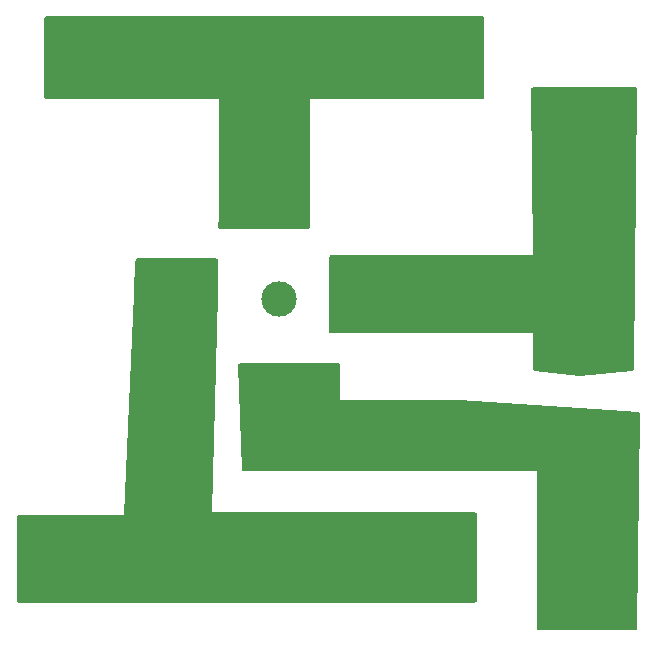
<source format=gbr>
%TF.GenerationSoftware,KiCad,Pcbnew,7.0.9*%
%TF.CreationDate,2024-01-08T12:14:10-08:00*%
%TF.ProjectId,Relay_PCB_1,52656c61-795f-4504-9342-5f312e6b6963,rev?*%
%TF.SameCoordinates,Original*%
%TF.FileFunction,Copper,L1,Top*%
%TF.FilePolarity,Positive*%
%FSLAX46Y46*%
G04 Gerber Fmt 4.6, Leading zero omitted, Abs format (unit mm)*
G04 Created by KiCad (PCBNEW 7.0.9) date 2024-01-08 12:14:10*
%MOMM*%
%LPD*%
G01*
G04 APERTURE LIST*
%TA.AperFunction,ComponentPad*%
%ADD10C,5.000000*%
%TD*%
%TA.AperFunction,ComponentPad*%
%ADD11C,6.000000*%
%TD*%
%TA.AperFunction,ComponentPad*%
%ADD12C,4.500000*%
%TD*%
%TA.AperFunction,ComponentPad*%
%ADD13C,3.000000*%
%TD*%
%TA.AperFunction,ComponentPad*%
%ADD14C,3.500000*%
%TD*%
%TA.AperFunction,Conductor*%
%ADD15C,0.000000*%
%TD*%
%TA.AperFunction,Conductor*%
%ADD16C,0.200000*%
%TD*%
G04 APERTURE END LIST*
D10*
%TO.P,,1*%
%TO.N,gnd*%
X169000000Y-108500000D03*
%TD*%
D11*
%TO.P,,2*%
%TO.N,gnd*%
X155000000Y-95000000D03*
%TD*%
%TO.P,,2*%
%TO.N,pwr*%
X159000000Y-83000000D03*
%TD*%
D12*
%TO.P,,2*%
%TO.N,pwr*%
X150707000Y-83426000D03*
D13*
%TO.N,N/C*%
X142157000Y-83451000D03*
D12*
%TO.N,gnd*%
X141457000Y-92176000D03*
%TO.N,negative_motors*%
X141357000Y-74851000D03*
%TO.N,positive_motors*%
X134307000Y-83426000D03*
D14*
%TO.P,,1*%
%TO.N,gnd*%
X168067000Y-101256000D03*
X168067000Y-96256000D03*
%TO.N,pwr*%
X168067000Y-87956000D03*
X168067000Y-82956000D03*
X168067000Y-74106000D03*
X168067000Y-69106000D03*
%TO.N,negative_motors*%
X156675000Y-61776000D03*
%TO.N,positive_motors*%
X155625000Y-105320000D03*
%TO.N,negative_motors*%
X151675000Y-61776000D03*
%TO.N,positive_motors*%
X150625000Y-105320000D03*
%TO.N,negative_motors*%
X143925000Y-61776000D03*
%TO.N,positive_motors*%
X142325000Y-105320000D03*
%TO.N,negative_motors*%
X138925000Y-61776000D03*
%TO.N,positive_motors*%
X137325000Y-105320000D03*
%TO.N,negative_motors*%
X131384000Y-61760000D03*
%TO.N,positive_motors*%
X129324000Y-105320000D03*
%TO.N,negative_motors*%
X126384000Y-61760000D03*
%TO.N,positive_motors*%
X124324000Y-105320000D03*
%TD*%
D15*
%TO.N,positive_motors*%
X134300000Y-83433000D02*
X134307000Y-83426000D01*
X133700000Y-84033000D02*
X134307000Y-83426000D01*
D16*
%TO.N,gnd*%
X141891000Y-92610000D02*
X141457000Y-92176000D01*
%TD*%
%TA.AperFunction,Conductor*%
%TO.N,positive_motors*%
G36*
X136887343Y-80019707D02*
G01*
X136956584Y-80074926D01*
X136995011Y-80154718D01*
X137000000Y-80199000D01*
X137000000Y-83000000D01*
X136500000Y-101500000D01*
X158741000Y-101500000D01*
X158827343Y-101519707D01*
X158896584Y-101574926D01*
X158935011Y-101654718D01*
X158940000Y-101699000D01*
X158940000Y-108941000D01*
X158920293Y-109027343D01*
X158865074Y-109096584D01*
X158785282Y-109135011D01*
X158741000Y-109140000D01*
X120159000Y-109140000D01*
X120072657Y-109120293D01*
X120003416Y-109065074D01*
X119964989Y-108985282D01*
X119960000Y-108941000D01*
X119960000Y-101899000D01*
X119979707Y-101812657D01*
X120034926Y-101743416D01*
X120114718Y-101704989D01*
X120159000Y-101700000D01*
X129000000Y-101700000D01*
X129861751Y-83000000D01*
X129991252Y-80189839D01*
X130014913Y-80104495D01*
X130073260Y-80037869D01*
X130154737Y-80003157D01*
X130190041Y-80000000D01*
X136801000Y-80000000D01*
X136887343Y-80019707D01*
G37*
%TD.AperFunction*%
%TD*%
%TA.AperFunction,Conductor*%
%TO.N,pwr*%
G36*
X172385176Y-65519707D02*
G01*
X172454417Y-65574926D01*
X172492844Y-65654718D01*
X172497821Y-65701156D01*
X172241913Y-89323404D01*
X172221272Y-89409528D01*
X172165307Y-89478167D01*
X172085102Y-89515727D01*
X172064429Y-89519083D01*
X167663176Y-89997480D01*
X167616867Y-89997093D01*
X163834195Y-89521883D01*
X163750982Y-89491567D01*
X163689163Y-89428148D01*
X163660983Y-89344188D01*
X163660000Y-89324435D01*
X163660000Y-86360000D01*
X146559000Y-86360000D01*
X146472657Y-86340293D01*
X146403416Y-86285074D01*
X146364989Y-86205282D01*
X146360000Y-86161000D01*
X146360000Y-79939000D01*
X146379707Y-79852657D01*
X146434926Y-79783416D01*
X146514718Y-79744989D01*
X146559000Y-79740000D01*
X163660000Y-79740000D01*
X163660000Y-79739999D01*
X163502261Y-65701236D01*
X163520996Y-65614677D01*
X163575433Y-65544819D01*
X163654789Y-65505499D01*
X163701248Y-65500000D01*
X172298833Y-65500000D01*
X172385176Y-65519707D01*
G37*
%TD.AperFunction*%
%TD*%
%TA.AperFunction,Conductor*%
%TO.N,gnd*%
G36*
X147263039Y-88919685D02*
G01*
X147308794Y-88972489D01*
X147320000Y-89024000D01*
X147320000Y-92019999D01*
X147320000Y-92020000D01*
X157477957Y-92000004D01*
X157482046Y-92000131D01*
X172602569Y-92972448D01*
X172668206Y-92996394D01*
X172710478Y-93052025D01*
X172718602Y-93097665D01*
X172501456Y-111377473D01*
X172480977Y-111444274D01*
X172427633Y-111489398D01*
X172377465Y-111500000D01*
X164124000Y-111500000D01*
X164056961Y-111480315D01*
X164011206Y-111427511D01*
X164000000Y-111376000D01*
X164000000Y-98000000D01*
X139119980Y-98000000D01*
X139052941Y-97980315D01*
X139007186Y-97927511D01*
X138996047Y-97880086D01*
X138704223Y-89028086D01*
X138721688Y-88960434D01*
X138772956Y-88912964D01*
X138828156Y-88900000D01*
X147196000Y-88900000D01*
X147263039Y-88919685D01*
G37*
%TD.AperFunction*%
%TD*%
%TA.AperFunction,Conductor*%
%TO.N,negative_motors*%
G36*
X159427343Y-59519707D02*
G01*
X159496584Y-59574926D01*
X159535011Y-59654718D01*
X159540000Y-59699000D01*
X159540000Y-66341000D01*
X159520293Y-66427343D01*
X159465074Y-66496584D01*
X159385282Y-66535011D01*
X159341000Y-66540000D01*
X144780000Y-66540000D01*
X144780000Y-77301000D01*
X144760293Y-77387343D01*
X144705074Y-77456584D01*
X144625282Y-77495011D01*
X144581000Y-77500000D01*
X141000000Y-77500000D01*
X137214484Y-77500000D01*
X137128141Y-77480293D01*
X137058900Y-77425074D01*
X137020473Y-77345282D01*
X137016041Y-77286117D01*
X137060000Y-76699997D01*
X137060000Y-66540000D01*
X122459000Y-66540000D01*
X122372657Y-66520293D01*
X122303416Y-66465074D01*
X122264989Y-66385282D01*
X122260000Y-66341000D01*
X122260000Y-59699000D01*
X122279707Y-59612657D01*
X122334926Y-59543416D01*
X122414718Y-59504989D01*
X122459000Y-59500000D01*
X159341000Y-59500000D01*
X159427343Y-59519707D01*
G37*
%TD.AperFunction*%
%TD*%
M02*

</source>
